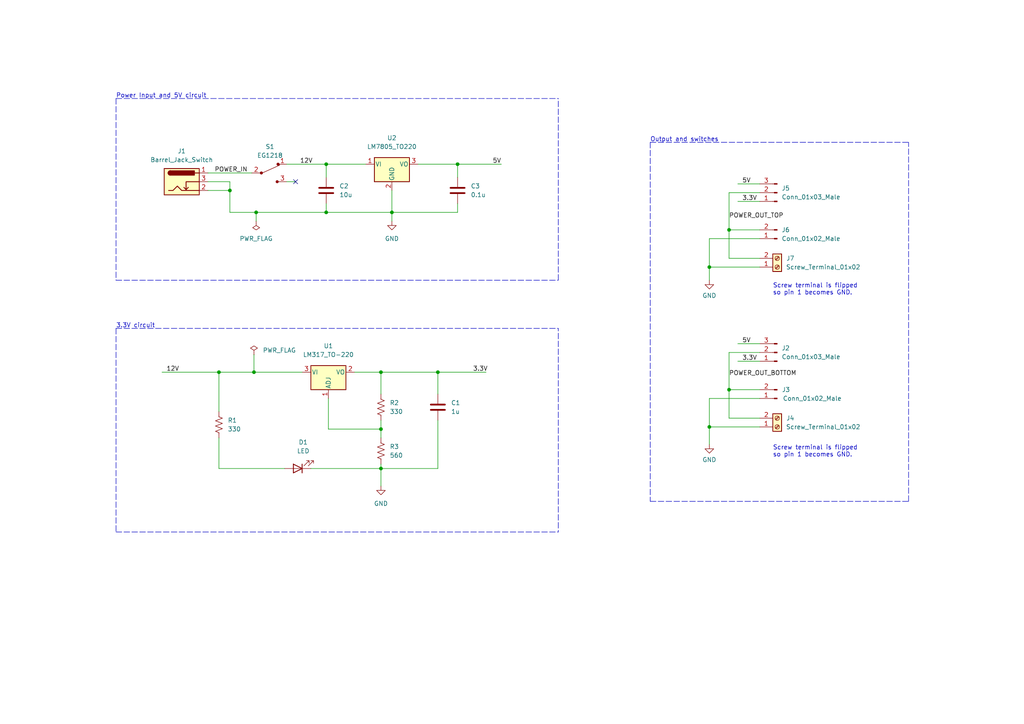
<source format=kicad_sch>
(kicad_sch (version 20211123) (generator eeschema)
  (paper "A4")
  (title_block (title "Breadboard Power Supply") (date "2022-08-27") (rev "1") (comment 1 "Raghav Marwah"))
  (lib_symbols
    (symbol "Connector:Barrel_Jack_Switch" (pin_names hide)
      (property "Reference" "J" (at 0 5.334 0))
      (property "Value" "Barrel_Jack_Switch" (at 0 -5.08 0))
      (symbol "Barrel_Jack_Switch_0_1"
        (rectangle (start -5.08 3.81) (end 5.08 -3.81) (stroke (width 0.254)) (fill (type background)))
        (arc (start -3.302 3.175) (mid -3.937 2.54) (end -3.302 1.905) (stroke (width 0.254)))
        (arc (start -3.302 3.175) (mid -3.937 2.54) (end -3.302 1.905) (stroke (width 0.254)) (fill (type outline)))
        (polyline (pts (xy 1.27 -2.286) (xy 1.905 -1.651)) (stroke (width 0.254)))
        (polyline (pts (xy 5.08 2.54) (xy 3.81 2.54)) (stroke (width 0.254)))
        (polyline (pts (xy 5.08 0) (xy 1.27 0) (xy 1.27 -2.286) (xy 0.635 -1.651)) (stroke (width 0.254)))
        (polyline (pts (xy -3.81 -2.54) (xy -2.54 -2.54) (xy -1.27 -1.27) (xy 0 -2.54) (xy 2.54 -2.54) (xy 5.08 -2.54)) (stroke (width 0.254)))
        (rectangle (start 3.683 3.175) (end -3.302 1.905) (stroke (width 0.254)) (fill (type outline)))
      )
      (symbol "Barrel_Jack_Switch_1_1"
        (pin passive line (at 7.62 2.54 180) (length 2.54) (name "~") (number "1"))
        (pin passive line (at 7.62 -2.54 180) (length 2.54) (name "~") (number "2"))
        (pin passive line (at 7.62 0 180) (length 2.54) (name "~") (number "3"))
      )
    )
    (symbol "Connector:Conn_01x02_Male" (pin_names (offset 1.016) hide)
      (property "Reference" "J" (at 0 2.54 0))
      (property "Value" "Conn_01x02_Male" (at 0 -5.08 0))
      (symbol "Conn_01x02_Male_1_1"
        (polyline (pts (xy 1.27 -2.54) (xy 0.8636 -2.54)) (stroke (width 0.1524)))
        (polyline (pts (xy 1.27 0) (xy 0.8636 0)) (stroke (width 0.1524)))
        (rectangle (start 0.8636 -2.413) (end 0 -2.667) (stroke (width 0.1524)) (fill (type outline)))
        (rectangle (start 0.8636 0.127) (end 0 -0.127) (stroke (width 0.1524)) (fill (type outline)))
        (pin passive line (at 5.08 0 180) (length 3.81) (name "Pin_1") (number "1"))
        (pin passive line (at 5.08 -2.54 180) (length 3.81) (name "Pin_2") (number "2"))
      )
    )
    (symbol "Connector:Conn_01x03_Male" (pin_names (offset 1.016) hide)
      (property "Reference" "J" (at 0 5.08 0))
      (property "Value" "Conn_01x03_Male" (at 0 -5.08 0))
      (symbol "Conn_01x03_Male_1_1"
        (polyline (pts (xy 1.27 -2.54) (xy 0.8636 -2.54)) (stroke (width 0.1524)))
        (polyline (pts (xy 1.27 0) (xy 0.8636 0)) (stroke (width 0.1524)))
        (polyline (pts (xy 1.27 2.54) (xy 0.8636 2.54)) (stroke (width 0.1524)))
        (rectangle (start 0.8636 -2.413) (end 0 -2.667) (stroke (width 0.1524)) (fill (type outline)))
        (rectangle (start 0.8636 0.127) (end 0 -0.127) (stroke (width 0.1524)) (fill (type outline)))
        (rectangle (start 0.8636 2.667) (end 0 2.413) (stroke (width 0.1524)) (fill (type outline)))
        (pin passive line (at 5.08 2.54 180) (length 3.81) (name "Pin_1") (number "1"))
        (pin passive line (at 5.08 0 180) (length 3.81) (name "Pin_2") (number "2"))
        (pin passive line (at 5.08 -2.54 180) (length 3.81) (name "Pin_3") (number "3"))
      )
    )
    (symbol "Connector:Screw_Terminal_01x02" (pin_names (offset 1.016) hide)
      (property "Reference" "J" (at 0 2.54 0))
      (property "Value" "Screw_Terminal_01x02" (at 0 -5.08 0))
      (symbol "Screw_Terminal_01x02_1_1"
        (rectangle (start -1.27 1.27) (end 1.27 -3.81) (stroke (width 0.254)) (fill (type background)))
        (circle (center 0 -2.54) (radius 0.635) (stroke (width 0.1524)))
        (polyline (pts (xy -0.5334 -2.2098) (xy 0.3302 -3.048)) (stroke (width 0.1524)))
        (polyline (pts (xy -0.5334 0.3302) (xy 0.3302 -0.508)) (stroke (width 0.1524)))
        (polyline (pts (xy -0.3556 -2.032) (xy 0.508 -2.8702)) (stroke (width 0.1524)))
        (polyline (pts (xy -0.3556 0.508) (xy 0.508 -0.3302)) (stroke (width 0.1524)))
        (circle (center 0 0) (radius 0.635) (stroke (width 0.1524)))
        (pin passive line (at -5.08 0 0) (length 3.81) (name "Pin_1") (number "1"))
        (pin passive line (at -5.08 -2.54 0) (length 3.81) (name "Pin_2") (number "2"))
      )
    )
    (symbol "Device:C" (pin_numbers hide) (pin_names (offset 0.254))
      (property "Reference" "C" (at 0.635 2.54 0))
      (property "Value" "C" (at 0.635 -2.54 0))
      (symbol "C_0_1"
        (polyline (pts (xy -2.032 -0.762) (xy 2.032 -0.762)) (stroke (width 0.508)))
        (polyline (pts (xy -2.032 0.762) (xy 2.032 0.762)) (stroke (width 0.508)))
      )
      (symbol "C_1_1"
        (pin passive line (at 0 3.81 270) (length 2.794) (name "~") (number "1"))
        (pin passive line (at 0 -3.81 90) (length 2.794) (name "~") (number "2"))
      )
    )
    (symbol "Device:LED" (pin_numbers hide) (pin_names (offset 1.016) hide)
      (property "Reference" "D" (at 0 2.54 0))
      (property "Value" "LED" (at 0 -2.54 0))
      (symbol "LED_0_1"
        (polyline (pts (xy -1.27 -1.27) (xy -1.27 1.27)) (stroke (width 0.254)))
        (polyline (pts (xy -1.27 0) (xy 1.27 0)))
        (polyline (pts (xy 1.27 -1.27) (xy 1.27 1.27) (xy -1.27 0) (xy 1.27 -1.27)) (stroke (width 0.254)))
        (polyline (pts (xy -3.048 -0.762) (xy -4.572 -2.286) (xy -3.81 -2.286) (xy -4.572 -2.286) (xy -4.572 -1.524)))
        (polyline (pts (xy -1.778 -0.762) (xy -3.302 -2.286) (xy -2.54 -2.286) (xy -3.302 -2.286) (xy -3.302 -1.524)))
      )
      (symbol "LED_1_1"
        (pin passive line (at -3.81 0 0) (length 2.54) (name "K") (number "1"))
        (pin passive line (at 3.81 0 180) (length 2.54) (name "A") (number "2"))
      )
    )
    (symbol "Device:R_US" (pin_numbers hide) (pin_names (offset 0))
      (property "Reference" "R" (at 2.54 0 90))
      (property "Value" "R_US" (at -2.54 0 90))
      (symbol "R_US_0_1"
        (polyline (pts (xy 0 -2.286) (xy 0 -2.54)))
        (polyline (pts (xy 0 2.286) (xy 0 2.54)))
        (polyline (pts (xy 0 -0.762) (xy 1.016 -1.143) (xy 0 -1.524) (xy -1.016 -1.905) (xy 0 -2.286)))
        (polyline (pts (xy 0 0.762) (xy 1.016 0.381) (xy 0 0) (xy -1.016 -0.381) (xy 0 -0.762)))
        (polyline (pts (xy 0 2.286) (xy 1.016 1.905) (xy 0 1.524) (xy -1.016 1.143) (xy 0 0.762)))
      )
      (symbol "R_US_1_1"
        (pin passive line (at 0 3.81 270) (length 1.27) (name "~") (number "1"))
        (pin passive line (at 0 -3.81 90) (length 1.27) (name "~") (number "2"))
      )
    )
    (symbol "Regulator_Linear:LM317_TO-220" (pin_names (offset 0.254))
      (property "Reference" "U" (at -3.81 3.175 0))
      (property "Value" "LM317_TO-220" (at 0 3.175 0))
      (symbol "LM317_TO-220_0_1"
        (rectangle (start -5.08 1.905) (end 5.08 -5.08) (stroke (width 0.254)) (fill (type background)))
      )
      (symbol "LM317_TO-220_1_1"
        (pin input line (at 0 -7.62 90) (length 2.54) (name "ADJ") (number "1"))
        (pin power_out line (at 7.62 0 180) (length 2.54) (name "VO") (number "2"))
        (pin power_in line (at -7.62 0 0) (length 2.54) (name "VI") (number "3"))
      )
    )
    (symbol "Regulator_Linear:LM7805_TO220" (pin_names (offset 0.254))
      (property "Reference" "U" (at -3.81 3.175 0))
      (property "Value" "LM7805_TO220" (at 0 3.175 0))
      (symbol "LM7805_TO220_0_1"
        (rectangle (start -5.08 1.905) (end 5.08 -5.08) (stroke (width 0.254)) (fill (type background)))
      )
      (symbol "LM7805_TO220_1_1"
        (pin power_in line (at -7.62 0 0) (length 2.54) (name "VI") (number "1"))
        (pin power_in line (at 0 -7.62 90) (length 2.54) (name "GND") (number "2"))
        (pin power_out line (at 7.62 0 180) (length 2.54) (name "VO") (number "3"))
      )
    )
    (symbol "dk_Slide-Switches:EG1218" (pin_names (offset 0))
      (property "Reference" "S" (at -3.81 2.286 0))
      (property "Value" "EG1218" (at 0 -5.334 0))
      (symbol "EG1218_0_1"
        (circle (center -2.286 0) (radius 0.3556) (fill (type outline)))
        (polyline (pts (xy -2.032 0) (xy 3.048 2.286)))
        (circle (center 2.286 -2.54) (radius 0.3556) (fill (type outline)))
        (circle (center 2.54 2.54) (radius 0.3556) (fill (type outline)))
      )
      (symbol "EG1218_1_1"
        (pin passive line (at 5.08 2.54 180) (length 2.54) (name "~") (number "1"))
        (pin passive line (at -5.08 0 0) (length 2.54) (name "~") (number "2"))
        (pin passive line (at 5.08 -2.54 180) (length 2.54) (name "~") (number "3"))
      )
    )
    (symbol "power:GND" (power) (pin_names (offset 0))
      (property "Value" "GND" (at 0 -3.81 0))
      (symbol "GND_0_1"
        (polyline (pts (xy 0 0) (xy 0 -1.27) (xy 1.27 -1.27) (xy 0 -2.54) (xy -1.27 -1.27) (xy 0 -1.27)))
      )
      (symbol "GND_1_1"
        (pin power_in line (at 0 0 270) (length 0) hide (name "GND") (number "1"))
      )
    )
    (symbol "power:PWR_FLAG" (power) (pin_numbers hide) (pin_names (offset 0) hide)
      (property "Value" "PWR_FLAG" (at 0 3.81 0))
      (symbol "PWR_FLAG_0_0"
        (pin power_out line (at 0 0 90) (length 0) (name "pwr") (number "1"))
      )
      (symbol "PWR_FLAG_0_1"
        (polyline (pts (xy 0 0) (xy 0 1.27) (xy -1.016 1.905) (xy 0 2.54) (xy 1.016 1.905) (xy 0 1.27)))
      )
    )
  )
  (junction (at 132.715 47.625))
  (junction (at 205.74 77.47))
  (junction (at 66.675 55.245))
  (junction (at 74.295 61.595))
  (junction (at 63.5 107.95))
  (junction (at 110.49 124.46))
  (junction (at 73.66 107.95))
  (junction (at 110.49 135.89))
  (junction (at 127 107.95))
  (junction (at 205.74 123.825))
  (junction (at 211.455 113.03))
  (junction (at 110.49 107.95))
  (junction (at 113.665 61.595))
  (junction (at 94.615 47.625))
  (junction (at 94.615 61.595))
  (junction (at 211.455 66.675))
  (no_connect (at 85.725 52.705))
  (wire (pts (xy 113.665 61.595) (xy 113.665 64.135)))
  (wire (pts (xy 220.345 115.57) (xy 205.74 115.57)))
  (wire (pts (xy 213.995 58.42) (xy 220.345 58.42)))
  (wire (pts (xy 63.5 135.89) (xy 82.55 135.89)))
  (wire (pts (xy 220.345 102.235) (xy 211.455 102.235)))
  (wire (pts (xy 60.325 50.165) (xy 73.025 50.165)))
  (wire (pts (xy 220.345 55.88) (xy 211.455 55.88)))
  (wire (pts (xy 63.5 127) (xy 63.5 135.89)))
  (wire (pts (xy 110.49 135.89) (xy 90.17 135.89)))
  (wire (pts (xy 127 107.95) (xy 140.97 107.95)))
  (wire (pts (xy 220.345 123.825) (xy 205.74 123.825)))
  (wire (pts (xy 94.615 61.595) (xy 113.665 61.595)))
  (wire (pts (xy 110.49 135.89) (xy 110.49 140.97)))
  (polyline (pts (xy 188.595 145.415) (xy 263.525 145.415)))
  (wire (pts (xy 205.74 123.825) (xy 205.74 128.905)))
  (wire (pts (xy 211.455 74.93) (xy 211.455 66.675)))
  (wire (pts (xy 66.675 61.595) (xy 74.295 61.595)))
  (polyline (pts (xy 33.655 95.25) (xy 33.655 154.305)))
  (wire (pts (xy 73.66 102.87) (xy 73.66 107.95)))
  (wire (pts (xy 94.615 47.625) (xy 94.615 51.435)))
  (wire (pts (xy 220.345 113.03) (xy 211.455 113.03)))
  (wire (pts (xy 95.25 124.46) (xy 110.49 124.46)))
  (wire (pts (xy 63.5 107.95) (xy 73.66 107.95)))
  (wire (pts (xy 127 121.92) (xy 127 135.89)))
  (wire (pts (xy 60.325 55.245) (xy 66.675 55.245)))
  (wire (pts (xy 110.49 121.92) (xy 110.49 124.46)))
  (wire (pts (xy 211.455 55.88) (xy 211.455 66.675)))
  (polyline (pts (xy 33.655 28.575) (xy 161.925 28.575)))
  (wire (pts (xy 132.715 47.625) (xy 145.415 47.625)))
  (wire (pts (xy 94.615 47.625) (xy 106.045 47.625)))
  (wire (pts (xy 213.995 99.695) (xy 220.345 99.695)))
  (polyline (pts (xy 188.595 41.275) (xy 188.595 145.415)))
  (wire (pts (xy 213.995 104.775) (xy 220.345 104.775)))
  (wire (pts (xy 95.25 115.57) (xy 95.25 124.46)))
  (wire (pts (xy 220.345 74.93) (xy 211.455 74.93)))
  (wire (pts (xy 74.295 61.595) (xy 74.295 64.135)))
  (wire (pts (xy 102.87 107.95) (xy 110.49 107.95)))
  (polyline (pts (xy 188.595 41.275) (xy 263.525 41.275)))
  (wire (pts (xy 73.66 107.95) (xy 87.63 107.95)))
  (wire (pts (xy 220.345 69.215) (xy 205.74 69.215)))
  (wire (pts (xy 94.615 59.055) (xy 94.615 61.595)))
  (wire (pts (xy 110.49 134.62) (xy 110.49 135.89)))
  (wire (pts (xy 110.49 107.95) (xy 127 107.95)))
  (polyline (pts (xy 33.655 95.25) (xy 161.925 95.25)))
  (wire (pts (xy 110.49 124.46) (xy 110.49 127)))
  (polyline (pts (xy 33.655 154.305) (xy 161.925 154.305)))
  (wire (pts (xy 205.74 77.47) (xy 205.74 81.28)))
  (wire (pts (xy 66.675 52.705) (xy 66.675 55.245)))
  (polyline (pts (xy 161.925 148.59) (xy 161.925 95.25)))
  (polyline (pts (xy 33.655 28.575) (xy 33.655 81.28)))
  (polyline (pts (xy 161.925 149.225) (xy 161.925 154.305)))
  (wire (pts (xy 46.99 107.95) (xy 63.5 107.95)))
  (wire (pts (xy 211.455 113.03) (xy 211.455 121.285)))
  (wire (pts (xy 132.715 59.055) (xy 132.715 61.595)))
  (wire (pts (xy 60.325 52.705) (xy 66.675 52.705)))
  (wire (pts (xy 121.285 47.625) (xy 132.715 47.625)))
  (wire (pts (xy 83.185 47.625) (xy 94.615 47.625)))
  (wire (pts (xy 127 135.89) (xy 110.49 135.89)))
  (wire (pts (xy 63.5 107.95) (xy 63.5 119.38)))
  (wire (pts (xy 211.455 66.675) (xy 220.345 66.675)))
  (wire (pts (xy 213.995 53.34) (xy 220.345 53.34)))
  (wire (pts (xy 110.49 107.95) (xy 110.49 114.3)))
  (wire (pts (xy 132.715 61.595) (xy 113.665 61.595)))
  (wire (pts (xy 205.74 69.215) (xy 205.74 77.47)))
  (polyline (pts (xy 263.525 145.415) (xy 263.525 41.275)))
  (polyline (pts (xy 33.655 81.28) (xy 161.925 81.28)))
  (wire (pts (xy 74.295 61.595) (xy 94.615 61.595)))
  (wire (pts (xy 113.665 55.245) (xy 113.665 61.595)))
  (wire (pts (xy 83.185 52.705) (xy 85.725 52.705)))
  (wire (pts (xy 205.74 115.57) (xy 205.74 123.825)))
  (wire (pts (xy 132.715 47.625) (xy 132.715 51.435)))
  (polyline (pts (xy 161.925 81.28) (xy 161.925 28.575)))
  (wire (pts (xy 66.675 55.245) (xy 66.675 61.595)))
  (wire (pts (xy 220.345 77.47) (xy 205.74 77.47)))
  (wire (pts (xy 211.455 102.235) (xy 211.455 113.03)))
  (wire (pts (xy 211.455 121.285) (xy 220.345 121.285)))
  (wire (pts (xy 127 107.95) (xy 127 114.3)))
  (text "Screw terminal is flipped\nso pin 1 becomes GND." (at 224.155 85.725 0) (effects (font (size 1.27 1.27)) (justify left bottom)))
  (text "Power Input and 5V circuit" (at 33.655 28.575 0) (effects (font (size 1.27 1.27)) (justify left bottom)))
  (text "Screw terminal is flipped\nso pin 1 becomes GND." (at 224.155 132.715 0) (effects (font (size 1.27 1.27)) (justify left bottom)))
  (text "3.3V circuit" (at 33.655 95.25 0) (effects (font (size 1.27 1.27)) (justify left bottom)))
  (text "Output and switches" (at 188.595 41.275 0) (effects (font (size 1.27 1.27)) (justify left bottom)))
  (label "POWER_OUT_BOTTOM" (at 211.455 109.22 0))
  (label "POWER_IN" (at 62.23 50.165 0))
  (label "3.3V" (at 215.265 104.775 0))
  (label "POWER_OUT_TOP" (at 211.455 63.5 0))
  (label "12V" (at 86.995 47.625 0))
  (label "5V" (at 215.265 99.695 0))
  (label "3.3V" (at 215.265 58.42 0))
  (label "3.3V" (at 137.16 107.95 0))
  (label "12V" (at 48.26 107.95 0))
  (label "5V" (at 215.265 53.34 0))
  (label "5V" (at 142.875 47.625 0))
  (symbol (lib_id "Device:C") (at 127 118.11 0) (unit 1)
    (property "Reference" "C1" (at 130.81 116.8399 0) (effects (justify left)))
    (property "Value" "1u" (at 130.81 119.3799 0) (effects (justify left)))
    (property "Footprint" "Capacitor_THT:C_Disc_D3.0mm_W1.6mm_P2.50mm" (effects hide))
  )
  (symbol (lib_id "Device:R_US") (at 110.49 118.11 180) (unit 1)
    (property "Reference" "R2" (at 113.03 116.8399 0) (effects (justify right)))
    (property "Value" "330" (at 113.03 119.3799 0) (effects (justify right)))
    (property "Footprint" "Resistor_THT:R_Axial_DIN0204_L3.6mm_D1.6mm_P7.62mm_Horizontal" (effects hide))
  )
  (symbol (lib_id "dk_Slide-Switches:EG1218") (at 78.105 50.165 0) (unit 1)
    (property "Reference" "S1" (at 78.3082 42.545 0))
    (property "Value" "EG1218" (at 78.3082 45.085 0))
    (property "Footprint" "digikey-footprints:Switch_Slide_11.6x4mm_EG1218" (effects hide))
    (property "Datasheet" "http://spec_sheets.e-switch.com/specs/P040040.pdf" (effects hide))
    (property "Digi-Key_PN" "EG1903-ND" (effects hide))
    (property "MPN" "EG1218" (effects hide))
    (property "Category" "Switches" (effects hide))
    (property "Family" "Slide Switches" (effects hide))
    (property "DK_Datasheet_Link" "http://spec_sheets.e-switch.com/specs/P040040.pdf" (effects hide))
    (property "DK_Detail_Page" "/product-detail/en/e-switch/EG1218/EG1903-ND/101726" (effects hide))
    (property "Description" "SWITCH SLIDE SPDT 200MA 30V" (effects hide))
    (property "Manufacturer" "E-Switch" (effects hide))
    (property "Status" "Active" (effects hide))
  )
  (symbol (lib_id "Regulator_Linear:LM7805_TO220") (at 113.665 47.625 0) (unit 1)
    (property "Reference" "U2" (at 113.665 40.005 0))
    (property "Value" "LM7805_TO220" (at 113.665 42.545 0))
    (property "Footprint" "Package_TO_SOT_THT:TO-220-3_Vertical" (effects hide))
    (property "Datasheet" "https://www.onsemi.cn/PowerSolutions/document/MC7800-D.PDF" (effects hide))
  )
  (symbol (lib_id "power:PWR_FLAG") (at 73.66 102.87 0) (unit 1)
    (property "Reference" "#FLG01" (effects hide))
    (property "Value" "PWR_FLAG" (at 76.2 101.5999 0) (effects (justify left)))
  )
  (symbol (lib_id "Connector:Conn_01x03_Male") (at 225.425 55.88 180) (unit 1)
    (property "Reference" "J5" (at 226.695 54.6099 0) (effects (justify right)))
    (property "Value" "Conn_01x03_Male" (at 226.695 57.1499 0) (effects (justify right)))
    (property "Footprint" "Connector_PinHeader_2.54mm:PinHeader_1x03_P2.54mm_Vertical" (effects hide))
  )
  (symbol (lib_id "Device:R_US") (at 63.5 123.19 180) (unit 1)
    (property "Reference" "R1" (at 66.04 121.9199 0) (effects (justify right)))
    (property "Value" "330" (at 66.04 124.4599 0) (effects (justify right)))
    (property "Footprint" "Resistor_THT:R_Axial_DIN0204_L3.6mm_D1.6mm_P7.62mm_Horizontal" (effects hide))
  )
  (symbol (lib_id "Connector:Conn_01x02_Male") (at 225.425 69.215 180) (unit 1)
    (property "Reference" "J6" (at 226.695 66.6749 0) (effects (justify right)))
    (property "Value" "Conn_01x02_Male" (at 226.695 69.2149 0) (effects (justify right)))
    (property "Footprint" "Connector_PinHeader_2.54mm:PinHeader_1x02_P2.54mm_Vertical" (effects hide))
  )
  (symbol (lib_id "Connector:Barrel_Jack_Switch") (at 52.705 52.705 0) (unit 1)
    (property "Reference" "J1" (at 52.705 43.815 0))
    (property "Value" "Barrel_Jack_Switch" (at 52.705 46.355 0))
    (property "Footprint" "Connector_BarrelJack:BarrelJack_Horizontal" (effects hide))
  )
  (symbol (lib_id "power:GND") (at 205.74 128.905 0) (unit 1)
    (property "Reference" "#PWR03" (effects hide))
    (property "Value" "GND" (at 205.74 133.35 0))
  )
  (symbol (lib_id "Connector:Screw_Terminal_01x02") (at 225.425 123.825 0) (mirror x) (unit 1)
    (property "Reference" "J4" (at 229.235 121.285 0))
    (property "Value" "Screw_Terminal_01x02" (at 238.76 123.825 0))
    (property "Footprint" "TerminalBlock:TerminalBlock_bornier-2_P5.08mm" (effects hide))
  )
  (symbol (lib_id "power:GND") (at 110.49 140.97 0) (unit 1)
    (property "Reference" "#PWR01" (effects hide))
    (property "Value" "GND" (at 110.49 146.05 0))
  )
  (symbol (lib_id "Connector:Conn_01x03_Male") (at 225.425 102.235 180) (unit 1)
    (property "Reference" "J2" (at 226.695 100.9649 0) (effects (justify right)))
    (property "Value" "Conn_01x03_Male" (at 226.695 103.5049 0) (effects (justify right)))
    (property "Footprint" "Connector_PinHeader_2.54mm:PinHeader_1x03_P2.54mm_Vertical" (effects hide))
  )
  (symbol (lib_id "power:GND") (at 113.665 64.135 0) (unit 1)
    (property "Reference" "#PWR02" (effects hide))
    (property "Value" "GND" (at 113.665 69.215 0))
  )
  (symbol (lib_id "Connector:Screw_Terminal_01x02") (at 225.425 77.47 0) (mirror x) (unit 1)
    (property "Reference" "J7" (at 229.235 74.93 0))
    (property "Value" "Screw_Terminal_01x02" (at 238.76 77.47 0))
    (property "Footprint" "TerminalBlock:TerminalBlock_bornier-2_P5.08mm" (effects hide))
  )
  (symbol (lib_id "Device:LED") (at 86.36 135.89 180) (unit 1)
    (property "Reference" "D1" (at 87.9475 128.27 0))
    (property "Value" "LED" (at 87.9475 130.81 0))
    (property "Footprint" "LED_THT:LED_D5.0mm" (effects hide))
  )
  (symbol (lib_id "Connector:Conn_01x02_Male") (at 225.425 115.57 180) (unit 1)
    (property "Reference" "J3" (at 227.965 113.03 0))
    (property "Value" "Conn_01x02_Male" (at 235.585 115.57 0))
    (property "Footprint" "Connector_PinHeader_2.54mm:PinHeader_1x02_P2.54mm_Vertical" (effects hide))
  )
  (symbol (lib_id "Regulator_Linear:LM317_TO-220") (at 95.25 107.95 0) (unit 1)
    (property "Reference" "U1" (at 95.25 100.33 0))
    (property "Value" "LM317_TO-220" (at 95.25 102.87 0))
    (property "Footprint" "Package_TO_SOT_THT:TO-220-3_Vertical" (effects hide))
    (property "Datasheet" "http://www.ti.com/lit/ds/symlink/lm317.pdf" (effects hide))
  )
  (symbol (lib_id "Device:R_US") (at 110.49 130.81 180) (unit 1)
    (property "Reference" "R3" (at 113.03 129.5399 0) (effects (justify right)))
    (property "Value" "560" (at 113.03 132.0799 0) (effects (justify right)))
    (property "Footprint" "Resistor_THT:R_Axial_DIN0204_L3.6mm_D1.6mm_P7.62mm_Horizontal" (effects hide))
  )
  (symbol (lib_id "Device:C") (at 94.615 55.245 0) (unit 1)
    (property "Reference" "C2" (at 98.425 53.9749 0) (effects (justify left)))
    (property "Value" "10u" (at 98.425 56.5149 0) (effects (justify left)))
    (property "Footprint" "Capacitor_THT:C_Disc_D3.0mm_W1.6mm_P2.50mm" (effects hide))
  )
  (symbol (lib_id "power:GND") (at 205.74 81.28 0) (unit 1)
    (property "Reference" "#PWR04" (effects hide))
    (property "Value" "GND" (at 205.74 85.725 0))
  )
  (symbol (lib_id "power:PWR_FLAG") (at 74.295 64.135 180) (unit 1)
    (property "Reference" "#FLG02" (effects hide))
    (property "Value" "PWR_FLAG" (at 74.295 69.215 0))
  )
  (symbol (lib_id "Device:C") (at 132.715 55.245 0) (unit 1)
    (property "Reference" "C3" (at 136.525 53.9749 0) (effects (justify left)))
    (property "Value" "0.1u" (at 136.525 56.5149 0) (effects (justify left)))
    (property "Footprint" "Capacitor_THT:C_Disc_D3.0mm_W1.6mm_P2.50mm" (effects hide))
  )
)
</source>
